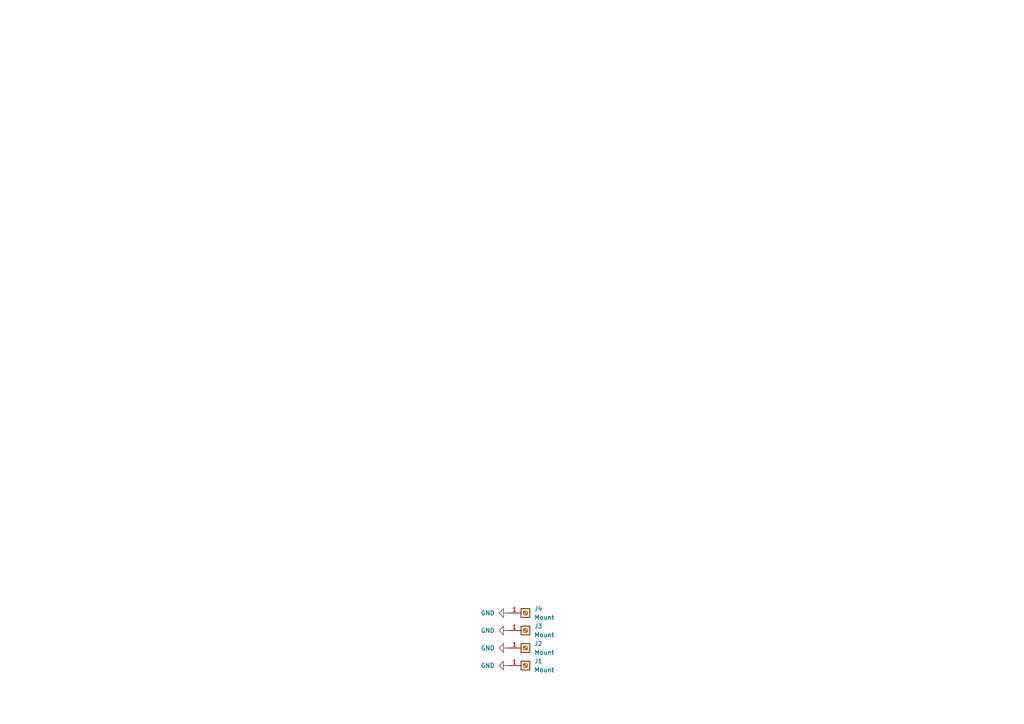
<source format=kicad_sch>
(kicad_sch (version 20231120) (generator "eeschema") (generator_version "8.0")
  (paper "A4")
  (lib_symbols
    (symbol "Connector:Screw_Terminal_01x01" (pin_names (offset 1.016) hide)
      (property "Reference" "J" (at 0 2.54 0))
      (property "Value" "Screw_Terminal_01x01" (at 0 -2.54 0))
      (symbol "Screw_Terminal_01x01_1_1"
        (rectangle (start -1.27 1.27) (end 1.27 -1.27) (stroke (width 0.254)) (fill (type background)))
        (polyline (pts (xy -0.5334 0.3302) (xy 0.3302 -0.508)) (stroke (width 0.1524)))
        (polyline (pts (xy -0.3556 0.508) (xy 0.508 -0.3302)) (stroke (width 0.1524)))
        (circle (center 0 0) (radius 0.635) (stroke (width 0.1524)))
        (pin passive line (at -5.08 0 0) (length 3.81) (name "Pin_1") (number "1"))
      )
    )
    (symbol "power:GND" (power) (pin_names (offset 0))
      (property "Value" "GND" (at 0 -3.81 0))
      (symbol "GND_0_1"
        (polyline (pts (xy 0 0) (xy 0 -1.27) (xy 1.27 -1.27) (xy 0 -2.54) (xy -1.27 -1.27) (xy 0 -1.27)))
      )
      (symbol "GND_1_1"
        (pin power_in line (at 0 0 270) (length 0) hide (name "GND") (number "1"))
      )
    )
  )
  (symbol (lib_id "power:GND") (at 147.32 177.8 270) (unit 1)
    (property "Reference" "#PWR04" (effects (hide yes)))
    (property "Value" "GND" (at 143.51 177.8 90) (effects (justify right)))
  )
  (symbol (lib_id "Connector:Screw_Terminal_01x01") (at 152.4 182.88 0) (unit 1)
    (property "Reference" "J3" (at 154.94 181.61 0) (effects (justify left)))
    (property "Value" "Mount" (at 154.94 184.15 0) (effects (justify left)))
    (property "Footprint" "MountingHole:MountingHole_5.3mm_M5_Pad_Via" (effects (hide yes)))
  )
  (symbol (lib_id "power:GND") (at 147.32 182.88 270) (unit 1)
    (property "Reference" "#PWR03" (effects (hide yes)))
    (property "Value" "GND" (at 143.51 182.88 90) (effects (justify right)))
  )
  (symbol (lib_id "power:GND") (at 147.32 193.04 270) (unit 1)
    (property "Reference" "#PWR01" (effects (hide yes)))
    (property "Value" "GND" (at 143.51 193.04 90) (effects (justify right)))
  )
  (symbol (lib_id "Connector:Screw_Terminal_01x01") (at 152.4 187.96 0) (unit 1)
    (property "Reference" "J2" (at 154.94 186.69 0) (effects (justify left)))
    (property "Value" "Mount" (at 154.94 189.23 0) (effects (justify left)))
    (property "Footprint" "MountingHole:MountingHole_5.3mm_M5_Pad_Via" (effects (hide yes)))
  )
  (symbol (lib_id "Connector:Screw_Terminal_01x01") (at 152.4 193.04 0) (unit 1)
    (property "Reference" "J1" (at 154.94 191.77 0) (effects (justify left)))
    (property "Value" "Mount" (at 154.94 194.31 0) (effects (justify left)))
    (property "Footprint" "MountingHole:MountingHole_5.3mm_M5_Pad_Via" (effects (hide yes)))
  )
  (symbol (lib_id "power:GND") (at 147.32 187.96 270) (unit 1)
    (property "Reference" "#PWR02" (effects (hide yes)))
    (property "Value" "GND" (at 143.51 187.96 90) (effects (justify right)))
  )
  (symbol (lib_id "Connector:Screw_Terminal_01x01") (at 152.4 177.8 0) (unit 1)
    (property "Reference" "J4" (at 154.94 176.53 0) (effects (justify left)))
    (property "Value" "Mount" (at 154.94 179.07 0) (effects (justify left)))
    (property "Footprint" "MountingHole:MountingHole_5.3mm_M5_Pad_Via" (effects (hide yes)))
  )
)
</source>
